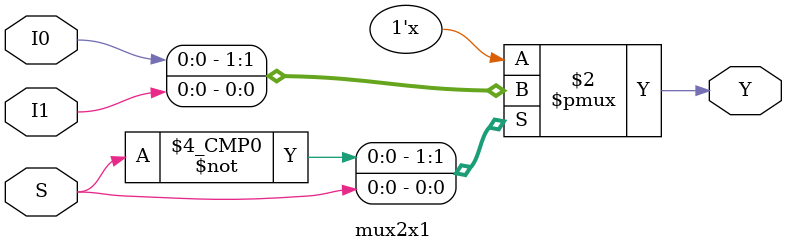
<source format=v>
module mux2x1 (
    input I0, I1, S,
    output reg Y
);

always @(*) begin
    case (S)
        1'b0: Y = I0;
        1'b1: Y = I1;
        default: Y = 0;
    endcase
end

endmodule

</source>
